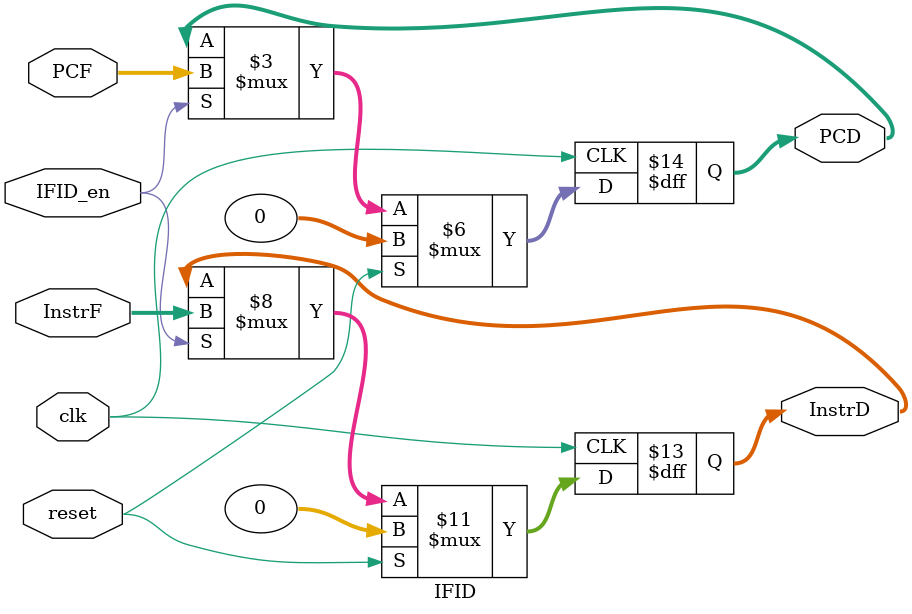
<source format=v>
`timescale 1ns / 1ps


module IFID(
    input clk,
    input reset,
    input IFID_en,
    input [31:0] InstrF,
    output reg [31:0] InstrD,
    input [31:0] PCF,
    output reg [31:0] PCD
    );
    
    initial begin
		InstrD = 0;
		PCD = 0;
	end
	
    always@(posedge clk)
    begin
        if(reset)
        begin
            PCD <= 32'h0;
            InstrD <= 32'h0;
        end
        else
        begin
            if(IFID_en) 
            begin
                PCD <= PCF;
                InstrD <= InstrF;
            end
        end
    end
endmodule

</source>
